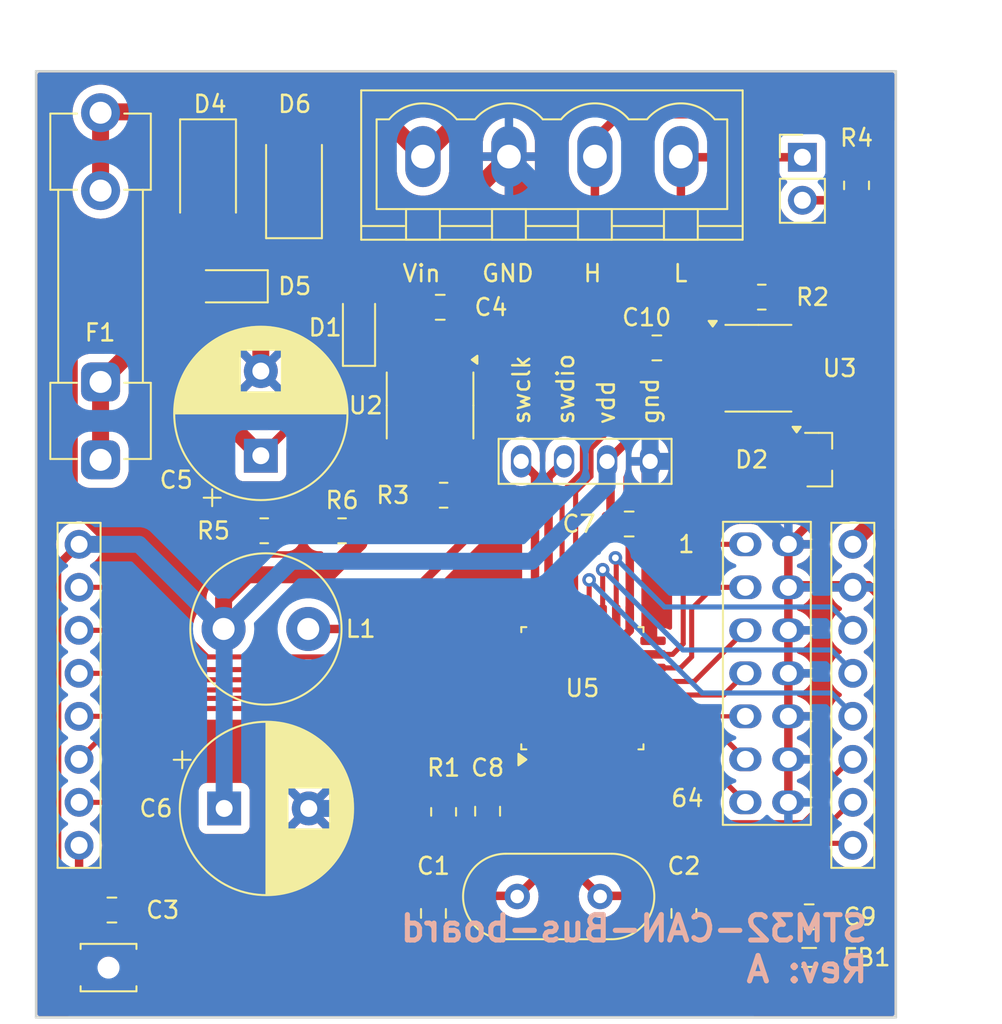
<source format=kicad_pcb>
(kicad_pcb (version 20240108) (generator "pcbnew") (generator_version "8.0")
  (layers (0 "F.Cu" signal) (31 "B.Cu" signal) (34 "B.Paste" user) (35 "F.Paste" user) (36 "B.SilkS" user "B.Silkscreen") (37 "F.SilkS" user "F.Silkscreen") (38 "B.Mask" user) (39 "F.Mask" user) (44 "Edge.Cuts" user))
  (net 0 "")
  (net 1 "GND")
  (net 2 "/nRST")
  (net 3 "/VIN")
  (net 4 "/VDD")
  (net 5 "/VDDA")
  (net 6 "/SWCLK")
  (net 7 "/SWDIO")
  (net 8 "/PA15")
  (net 9 "/PB7")
  (net 10 "/PB6")
  (net 11 "/PB5")
  (net 12 "/PB4")
  (net 13 "/PB3")
  (net 14 "/PA0")
  (net 15 "/PA1")
  (net 16 "/PA2")
  (net 17 "/PA8")
  (net 18 "/PA9")
  (net 19 "/PA10")
  (net 20 "/ADDR_1")
  (net 21 "/ADDR_2")
  (net 22 "/ADDR_4")
  (net 23 "/ADDR_8")
  (net 24 "/ADDR_16")
  (net 25 "/ADDR_32")
  (net 26 "/ADDR_64")
  (net 27 "/CAN_RX")
  (net 28 "/CAN_TX")
  (net 29 "Net-(JP1-B)")
  (net 30 "Net-(U3-Rs)")
  (net 32 "/CAN_L")
  (net 33 "/CAN_H")
  (net 34 "Net-(U5-PF0)")
  (net 35 "Net-(U5-PF1)")
  (net 36 "Net-(U2-TC)")
  (net 37 "Net-(D5-K)")
  (net 38 "Net-(D1-K)")
  (net 39 "Net-(D4-A2)")
  (net 40 "Net-(U5-PB8)")
  (net 41 "Net-(U2-DC)")
  (net 42 "Net-(U2-Vfb)")
  (footprint "custom:st-link" (layer "F.Cu") (at 82 122.1 -90)
    (property "Reference" "J1" (hide yes))
    (property "Value" "ST-Link")
  )
  (footprint "Crystal:Crystal_HC18-U_Vertical" (layer "F.Cu") (at 74.15 147.8)
    (property "Reference" "Y1" (hide yes))
    (property "Value" "8Mhz")
  )
  (footprint "Button_Switch_SMD:SW_SPST_B3U-1000P-B" (layer "F.Cu") (at 50 152 180)
    (property "Reference" "SW1" (hide yes))
    (property "Value" "nRST")
  )
  (footprint "custom:PhoenixContact_MSTBVA_2,5_4-G-5,08_1x04_P5.08mm_Vertical_custom" (layer "F.Cu") (at 83.82 104.1 180)
    (property "Reference" "J3" (hide yes))
    (property "Value" "Bus" (hide yes))
  )
  (footprint "Capacitor_SMD:C_0805_2012Metric_Pad1.18x1.45mm_HandSolder" (layer "F.Cu") (at 80.7625 125.8)
    (property "Reference" "C7")
    (property "Value" "100n")
  )
  (footprint "Diode_SMD:D_SMA" (layer "F.Cu") (at 55.88 105.41 -90)
    (property "Reference" "D4")
    (property "Value" "SMAJ33CA")
  )
  (footprint "Package_QFP:LQFP-32_7x7mm_P0.8mm" (layer "F.Cu") (at 78 135.5 90)
    (property "Reference" "U5")
    (property "Value" "STM32F042K6Tx")
  )
  (footprint "Diode_SMD:D_SMA" (layer "F.Cu") (at 60.96 105.41 90)
    (property "Reference" "D6")
    (property "Value" "SMAJ4750A")
  )
  (footprint "Resistor_SMD:R_0805_2012Metric_Pad1.20x1.40mm_HandSolder" (layer "F.Cu") (at 69.8 142.8 -90)
    (property "Reference" "R1")
    (property "Value" "100k")
  )
  (footprint "Capacitor_THT:CP_Radial_D10.0mm_P5.00mm" (layer "F.Cu") (at 56.832323 142.6)
    (property "Reference" "C6")
    (property "Value" "1000u")
  )
  (footprint "custom:CONN_01x08" (layer "F.Cu") (at 93.98 127)
    (property "Reference" "J4" (hide yes))
    (property "Value" "Conn_01x08")
  )
  (footprint "Capacitor_SMD:C_0805_2012Metric_Pad1.18x1.45mm_HandSolder" (layer "F.Cu") (at 84 148.8 -90)
    (property "Reference" "C2")
    (property "Value" "18p")
  )
  (footprint "Diode_SMD:Nexperia_CFP3_SOD-123W" (layer "F.Cu") (at 64.8 114.2 90)
    (property "Reference" "D1")
    (property "Value" "PMEG4020CERX")
  )
  (footprint "Fuse:Fuseholder_Clip-5x20mm_Littelfuse_100_Inline_P20.50x4.60mm_D1.30mm_Horizontal" (layer "F.Cu") (at 49.53 122.01 90)
    (property "Reference" "F1")
    (property "Value" "Fuse")
  )
  (footprint "Capacitor_SMD:C_0805_2012Metric_Pad1.18x1.45mm_HandSolder" (layer "F.Cu") (at 50.2 148.6)
    (property "Reference" "C3")
    (property "Value" "100n")
  )
  (footprint "Resistor_SMD:R_0805_2012Metric_Pad1.20x1.40mm_HandSolder" (layer "F.Cu") (at 88.6 112.4)
    (property "Reference" "R2")
    (property "Value" "10k")
  )
  (footprint "Resistor_SMD:R_0805_2012Metric_Pad1.20x1.40mm_HandSolder" (layer "F.Cu") (at 59.2 126.2)
    (property "Reference" "R5")
    (property "Value" "10k")
  )
  (footprint "Capacitor_SMD:C_0805_2012Metric_Pad1.18x1.45mm_HandSolder" (layer "F.Cu") (at 82.4 115.4 180)
    (property "Reference" "C10")
    (property "Value" "100n")
  )
  (footprint "Diode_SMD:Nexperia_CFP3_SOD-123W" (layer "F.Cu") (at 57.15 111.76 180)
    (property "Reference" "D5")
    (property "Value" "PMEG6020CER")
  )
  (footprint "Capacitor_SMD:C_0805_2012Metric_Pad1.18x1.45mm_HandSolder" (layer "F.Cu") (at 72.4 142.7625 90)
    (property "Reference" "C8")
    (property "Value" "100n")
  )
  (footprint "Resistor_SMD:R_0805_2012Metric_Pad1.20x1.40mm_HandSolder" (layer "F.Cu") (at 69.8 124.1)
    (property "Reference" "R3")
    (property "Value" "0R47")
  )
  (footprint "Resistor_SMD:R_0805_2012Metric_Pad1.20x1.40mm_HandSolder" (layer "F.Cu") (at 63.8 126.2)
    (property "Reference" "R6")
    (property "Value" "6k2")
  )
  (footprint "Connector_PinHeader_2.54mm:PinHeader_1x02_P2.54mm_Vertical" (layer "F.Cu") (at 91 104.14)
    (property "Reference" "JP1" (hide yes))
    (property "Value" "Jumper_2_Open")
  )
  (footprint "Resistor_SMD:R_0805_2012Metric_Pad1.20x1.40mm_HandSolder" (layer "F.Cu") (at 94.2 105.8 -90)
    (property "Reference" "R4")
    (property "Value" "120")
  )
  (footprint "Capacitor_SMD:C_0805_2012Metric_Pad1.18x1.45mm_HandSolder" (layer "F.Cu") (at 69.6 113 180)
    (property "Reference" "C4")
    (property "Value" "470p")
  )
  (footprint "Inductor_SMD:L_0805_2012Metric_Pad1.05x1.20mm_HandSolder" (layer "F.Cu") (at 91.4 151.4)
    (property "Reference" "FB1")
    (property "Value" "FerriteBead")
  )
  (footprint "Package_SO:SOIC-8_3.9x4.9mm_P1.27mm" (layer "F.Cu") (at 88.4 116.6)
    (property "Reference" "U3")
    (property "Value" "SN65HVD230")
  )
  (footprint "Package_SO:SOIC-8_3.9x4.9mm_P1.27mm" (layer "F.Cu") (at 69 118.8 -90)
    (property "Reference" "U2")
    (property "Value" "MC34063AD")
  )
  (footprint "Capacitor_SMD:C_0805_2012Metric_Pad1.18x1.45mm_HandSolder" (layer "F.Cu") (at 69.2 148.8 -90)
    (property "Reference" "C1")
    (property "Value" "18p")
  )
  (footprint "Inductor_THT:L_Radial_D8.7mm_P5.00mm_Fastron_07HCP" (layer "F.Cu") (at 61.8 132 180)
    (property "Reference" "L1")
    (property "Value" "470u")
  )
  (footprint "Package_TO_SOT_SMD:SOT-23_Handsoldering" (layer "F.Cu") (at 92 122)
    (property "Reference" "D2")
    (property "Value" "SM24CANB-02HTG")
  )
  (footprint "custom:addr_jumpers" (layer "F.Cu") (at 87.63 127)
    (property "Reference" "J5" (hide yes))
    (property "Value" "Conn_02x07_Odd_Even")
  )
  (footprint "Capacitor_SMD:C_0805_2012Metric_Pad1.18x1.45mm_HandSolder" (layer "F.Cu") (at 91.4 149)
    (property "Reference" "C9")
    (property "Value" "100n")
  )
  (footprint "custom:CONN_01x08" (layer "F.Cu") (at 48.26 127)
    (property "Reference" "J2" (hide yes))
    (property "Value" "Conn_01x08")
  )
  (footprint "Capacitor_THT:CP_Radial_D10.0mm_P5.00mm" (layer "F.Cu") (at 59 121.767677 90)
    (property "Reference" "C5")
    (property "Value" "100u")
  )
  (gr_line (start 45.72 99.06) (end 45.72 154.94) (stroke (width 0.15)) (layer "Edge.Cuts"))
  (gr_line (start 96.52 154.94) (end 96.52 99.06) (stroke (width 0.15)) (layer "Edge.Cuts"))
  (gr_line (start 45.72 99.06) (end 96.52 99.06) (stroke (width 0.15)) (layer "Edge.Cuts"))
  (gr_line (start 45.72 154.94) (end 96.52 154.94) (stroke (width 0.15)) (layer "Edge.Cuts"))
  (gr_text "STM32-CAN-Bus-board\nRev: A" (at 95 150.9 0) (layer "B.SilkS") (effects (font (size 1.5 1.5) (thickness 0.3)) (justify left mirror)))
  (gr_text "H" (at 78.6 111 0) (layer "F.SilkS") (effects (font (size 1 1))))
  (gr_text "vdd" (at 79.4 120 90) (layer "F.SilkS") (effects (font (size 1 1)) (justify left)))
  (gr_text "1" (at 84.15 127 0) (layer "F.SilkS") (effects (font (size 1 1))))
  (gr_text "L" (at 83.8 111 0) (layer "F.SilkS") (effects (font (size 1 1))))
  (gr_text "GND" (at 73.6 111 0) (layer "F.SilkS") (effects (font (size 1 1))))
  (gr_text "swclk" (at 74.4 120 90) (layer "F.SilkS") (effects (font (size 1 1)) (justify left)))
  (gr_text "swdio" (at 77 120 90) (layer "F.SilkS") (effects (font (size 1 1)) (justify left)))
  (gr_text "Vin" (at 68.5 111 0) (layer "F.SilkS") (effects (font (size 1 1))))
  (gr_text "64" (at 84.2 142 0) (layer "F.SilkS") (effects (font (size 1 1))))
  (gr_text "gnd" (at 82 120 90) (layer "F.SilkS") (effects (font (size 1 1)) (justify left)))
  (segment (start 70.325 143.8) (end 72.4 141.725) (width 0.5) (layer "F.Cu") (net 1))
  (segment (start 86.999999 115.965) (end 87.6 115.364999) (width 0.5) (layer "F.Cu") (net 1))
  (segment (start 93.5 123.67) (end 93.5 122) (width 0.5) (layer "F.Cu") (net 1))
  (segment (start 55.832323 148.6) (end 61.832323 142.6) (width 0.5) (layer "F.Cu") (net 1))
  (segment (start 73.825 138.3) (end 72.8 138.3) (width 0.5) (layer "F.Cu") (net 1))
  (segment (start 95.5 130) (end 95.5 147.9) (width 0.5) (layer "F.Cu") (net 1))
  (segment (start 63.032323 143.8) (end 69.8 143.8) (width 0.5) (layer "F.Cu") (net 1))
  (segment (start 84 149.8375) (end 69.2 149.8375) (width 0.5) (layer "F.Cu") (net 1))
  (segment (start 72.4 141.725) (end 71.875 141.725) (width 0.3) (layer "F.Cu") (net 1))
  (segment (start 85.925 115.965) (end 84.0025 115.965) (width 0.5) (layer "F.Cu") (net 1))
  (segment (start 90.17 139.7) (end 90.17 137.16) (width 0.5) (layer "F.Cu") (net 1))
  (segment (start 47.68 111.61) (end 47.68 124.18) (width 1) (layer "F.Cu") (net 1))
  (segment (start 67.095 114.4675) (end 68.5625 113) (width 0.5) (layer "F.Cu") (net 1))
  (segment (start 68.76 109) (end 73.66 104.1) (width 1) (layer "F.Cu") (net 1))
  (segment (start 90.17 129.54) (end 90.29 129.42) (width 0.5) (layer "F.Cu") (net 1))
  (segment (start 87.6 112.3) (end 80.556498 112.3) (width 1) (layer "F.Cu") (net 1))
  (segment (start 51.7 149.0625) (end 51.2375 148.6) (width 0.5) (layer "F.Cu") (net 1))
  (segment (start 81.7375 122.3625) (end 82 122.1) (width 0.5) (layer "F.Cu") (net 1))
  (segment (start 90.17 132.08) (end 90.17 134.62) (width 0.5) (layer "F.Cu") (net 1))
  (segment (start 64.8 112.8) (end 67.095 115.095) (width 0.5) (layer "F.Cu") (net 1))
  (segment (start 51.2375 148.6) (end 51.31875 148.68125) (width 0.3) (layer "F.Cu") (net 1))
  (segment (start 72.8 138.3) (end 72.5 138.6) (width 0.5) (layer "F.Cu") (net 1))
  (segment (start 49.7 126.2) (end 58.2 126.2) (width 1) (layer "F.Cu") (net 1))
  (segment (start 90.17 132.08) (end 90.17 129.54) (width 0.5) (layer "F.Cu") (net 1))
  (segment (start 90.17 142.24) (end 90.17 139.7) (width 0.5) (layer "F.Cu") (net 1))
  (segment (start 81.7375 132.2625) (end 82.175 132.7) (width 0.5) (layer "F.Cu") (net 1))
  (segment (start 72.5 138.6) (end 72.5 141.7625) (width 0.5) (layer "F.Cu") (net 1))
  (segment (start 90.29 129.42) (end 94.92 129.42) (width 0.5) (layer "F.Cu") (net 1))
  (segment (start 73.66 105.403502) (end 73.66 104.1) (width 1) (layer "F.Cu") (net 1))
  (segment (start 51.2375 148.6) (end 55.832323 148.6) (width 0.5) (layer "F.Cu") (net 1))
  (segment (start 64.8 112.8) (end 64.8 109.8) (width 0.5) (layer "F.Cu") (net 1))
  (segment (start 69.8 144) (end 69.8 143.8) (width 0.5) (layer "F.Cu") (net 1))
  (segment (start 61.832323 142.6) (end 63.032323 143.8) (width 0.5) (layer "F.Cu") (net 1))
  (segment (start 64 109.5) (end 64 109) (width 1) (layer "F.Cu") (net 1))
  (segment (start 67.095 116.325) (end 67.095 114.4675) (width 0.5) (layer "F.Cu") (net 1))
  (segment (start 86.025 115.965) (end 86.999999 115.965) (width 0.5) (layer "F.Cu") (net 1))
  (segment (start 67.4 146.4) (end 69.8 144) (width 0.5) (layer "F.Cu") (net 1))
  (segment (start 90.17 127) (end 90.17 129.54) (width 0.5) (layer "F.Cu") (net 1))
  (segment (start 51.7 152) (end 51.7 149.0625) (width 0.5) (layer "F.Cu") (net 1))
  (segment (start 94.4 149) (end 92.4375 149) (width 0.5) (layer "F.Cu") (net 1))
  (segment (start 87.6 115.364999) (end 87.6 112.3) (width 0.5) (layer "F.Cu") (net 1))
  (segment (start 95.5 147.9) (end 94.4 149) (width 0.5) (layer "F.Cu") (net 1))
  (segment (start 64 105.5) (end 61.91 103.41) (width 1) (layer "F.Cu") (net 1))
  (segment (start 64.8 109.8) (end 64 109) (width 0.5) (layer "F.Cu") (net 1))
  (segment (start 81.7375 125.8) (end 81.7375 122.3625) (width 0.5) (layer "F.Cu") (net 1))
  (segment (start 80.556498 112.3) (end 73.66 105.403502) (width 1) (layer "F.Cu") (net 1))
  (segment (start 64 109) (end 68.76 109) (width 1) (layer "F.Cu") (net 1))
  (segment (start 59 114.5) (end 64 109.5) (width 1) (layer "F.Cu") (net 1))
  (segment (start 69.2 149.8375) (end 68.4375 149.8375) (width 0.5) (layer "F.Cu") (net 1))
  (segment (start 84.0025 115.965) (end 83.4375 115.4) (width 0.5) (layer "F.Cu") (net 1))
  (segment (start 67.4 148.8) (end 67.4 146.4) (width 0.5) (layer "F.Cu") (net 1))
  (segment (start 59 116.767677) (end 59 114.5) (width 1) (layer "F.Cu") (net 1))
  (segment (start 55.88 103.41) (end 47.68 111.61) (width 1) (layer "F.Cu") (net 1))
  (segment (start 64 109) (end 64 105.5) (width 1) (layer "F.Cu") (net 1))
  (segment (start 94.92 129.42) (end 95.5 130) (width 0.5) (layer "F.Cu") (net 1))
  (segment (start 90.17 127) (end 93.5 123.67) (width 0.5) (layer "F.Cu") (net 1))
  (segment (start 47.68 124.18) (end 49.7 126.2) (width 1) (layer "F.Cu") (net 1))
  (segment (start 90.17 137.16) (end 90.17 134.62) (width 0.5) (layer "F.Cu") (net 1))
  (segment (start 61.91 103.41) (end 60.96 103.41) (width 1) (layer "F.Cu") (net 1))
  (segment (start 60.96 103.41) (end 55.88 103.41) (width 1) (layer "F.Cu") (net 1))
  (segment (start 81.7375 125.8) (end 81.7375 132.2625) (width 0.5) (layer "F.Cu") (net 1))
  (segment (start 69.8 143.8) (end 70.325 143.8) (width 0.5) (layer "F.Cu") (net 1))
  (segment (start 68.4375 149.8375) (end 67.4 148.8) (width 0.5) (layer "F.Cu") (net 1))
  (segment (start 67.095 115.095) (end 67.095 116.325) (width 0.5) (layer "F.Cu") (net 1))
  (segment (start 82 123.846536) (end 82 122.1) (width 1) (layer "B.Cu") (net 1))
  (segment (start 82 112.44) (end 73.66 104.1) (width 1) (layer "B.Cu") (net 1))
  (segment (start 61.832323 142.6) (end 63.246536 142.6) (width 1) (layer "B.Cu") (net 1))
  (segment (start 90.17 127) (end 85.27 122.1) (width 1) (layer "B.Cu") (net 1))
  (segment (start 85.27 122.1) (end 82 122.1) (width 1) (layer "B.Cu") (net 1))
  (segment (start 63.246536 142.6) (end 82 123.846536) (width 1) (layer "B.Cu") (net 1))
  (segment (start 82 122.1) (end 82 112.44) (width 1) (layer "B.Cu") (net 1))
  (segment (start 77.6 141.4) (end 82.4 146.2) (width 0.5) (layer "F.Cu") (net 2))
  (segment (start 85.2 146.2) (end 85.8 146.8) (width 0.5) (layer "F.Cu") (net 2))
  (segment (start 48.3 152) (end 48.3 149.4625) (width 0.5) (layer "F.Cu") (net 2))
  (segment (start 48.26 147.6975) (end 49.1625 148.6) (width 0.5) (layer "F.Cu") (net 2))
  (segment (start 85.8 150.8) (end 83 153.6) (width 0.5) (layer "F.Cu") (net 2))
  (segment (start 83 153.6) (end 49.9 153.6) (width 0.5) (layer "F.Cu") (net 2))
  (segment (start 77.6 139.675) (end 77.6 141.4) (width 0.5) (layer "F.Cu") (net 2))
  (segment (start 48.26 144.78) (end 48.26 147.6975) (width 0.5) (layer "F.Cu") (net 2))
  (segment (start 82.4 146.2) (end 85.2 146.2) (width 0.5) (layer "F.Cu") (net 2))
  (segment (start 48.3 149.4625) (end 49.1625 148.6) (width 0.5) (layer "F.Cu") (net 2))
  (segment (start 85.8 146.8) (end 85.8 150.8) (width 0.5) (layer "F.Cu") (net 2))
  (segment (start 49.9 153.6) (end 48.3 152) (width 0.5) (layer "F.Cu") (net 2))
  (segment (start 49.53 101.51) (end 49.58 101.46) (width 1) (layer "F.Cu") (net 3))
  (segment (start 65.94 101.46) (end 68.58 104.1) (width 1) (layer "F.Cu") (net 3))
  (segment (start 49.58 101.46) (end 65.94 101.46) (width 1) (layer "F.Cu") (net 3))
  (segment (start 95.675 125.185) (end 93.98 126.88) (width 1) (layer "F.Cu") (net 3))
  (segment (start 72.03 100.65) (end 93.425 100.65) (width 1) (layer "F.Cu") (net 3))
  (segment (start 68.58 104.1) (end 72.03 100.65) (width 1) (layer "F.Cu") (net 3))
  (segment (start 95.675 102.9) (end 95.675 125.185) (width 1) (layer "F.Cu") (net 3))
  (segment (start 93.425 100.65) (end 95.675 102.9) (width 1) (layer "F.Cu") (net 3))
  (segment (start 49.53 106.11) (end 49.53 101.51) (width 1) (layer "F.Cu") (net 3))
  (segment (start 79.6625 125.8) (end 79.6625 122.3025) (width 0.5) (layer "F.Cu") (net 4))
  (segment (start 64.8 126.9) (end 62.9 128.8) (width 1) (layer "F.Cu") (net 4))
  (segment (start 56.8 130.2) (end 56.8 132) (width 1) (layer "F.Cu") (net 4))
  (segment (start 86.357684 120) (end 81.56 120) (width 0.5) (layer "F.Cu") (net 4))
  (segment (start 87.6 118.757684) (end 86.357684 120) (width 0.5) (layer "F.Cu") (net 4))
  (segment (start 87.235 117.235) (end 87.6 117.6) (width 0.5) (layer "F.Cu") (net 4))
  (segment (start 46.96 128.3) (end 48.26 127) (width 0.5) (layer "F.Cu") (net 4))
  (segment (start 62.9 128.8) (end 58.2 128.8) (width 1) (layer "F.Cu") (net 4))
  (segment (start 87.35 154.3) (end 48.4 154.3) (width 0.5) (layer "F.Cu") (net 4))
  (segment (start 85.925 117.235) (end 83.1975 117.235) (width 0.5) (layer "F.Cu") (net 4))
  (segment (start 72.5 143.8375) (end 73.8625 143.8375) (width 0.5) (layer "F.Cu") (net 4))
  (segment (start 87.6 117.6) (end 87.6 118.757684) (width 0.5) (layer "F.Cu") (net 4))
  (segment (start 80.8 131.325) (end 80.8 132.091638) (width 0.5) (layer "F.Cu") (net 4))
  (segment (start 83.1975 117.235) (end 81.3625 115.4) (width 0.5) (layer "F.Cu") (net 4))
  (segment (start 46.96 152.86) (end 46.96 128.3) (width 0.5) (layer "F.Cu") (net 4))
  (segment (start 81.56 120) (end 79.46 122.1) (width 0.5) (layer "F.Cu") (net 4))
  (segment (start 75.2 137.691638) (end 75.2 139.675) (width 0.5) (layer "F.Cu") (net 4))
  (segment (start 80.8 127) (end 80.8 131.325) (width 0.5) (layer "F.Cu") (net 4))
  (segment (start 90.25 151.4) (end 87.35 154.3) (width 0.5) (layer "F.Cu") (net 4))
  (segment (start 64.8 126.2) (end 64.8 126.9) (width 1) (layer "F.Cu") (net 4))
  (segment (start 73.8625 143.8375) (end 75.2 142.5) (width 0.5) (layer "F.Cu") (net 4))
  (segment (start 48.4 154.3) (end 46.96 152.86) (width 0.5) (layer "F.Cu") (net 4))
  (segment (start 79.6625 122.3025) (end 79.46 122.1) (width 0.5) (layer "F.Cu") (net 4))
  (segment (start 86.025 117.235) (end 87.235 117.235) (width 0.5) (layer "F.Cu") (net 4))
  (segment (start 80.8 132.091638) (end 75.2 137.691638) (width 0.5) (layer "F.Cu") (net 4))
  (segment (start 58.2 128.8) (end 56.8 130.2) (width 1) (layer "F.Cu") (net 4))
  (segment (start 79.6625 125.8) (end 79.6625 125.8625) (width 0.5) (layer "F.Cu") (net 4))
  (segment (start 75.2 142.5) (end 75.2 139.675) (width 0.5) (layer "F.Cu") (net 4))
  (segment (start 79.6625 125.8625) (end 80.8 127) (width 0.5) (layer "F.Cu") (net 4))
  (segment (start 56.832323 142.6) (end 56.832323 132.032323) (width 1) (layer "B.Cu") (net 4))
  (segment (start 56.8 132) (end 51.8 127) (width 1) (layer "B.Cu") (net 4))
  (segment (start 79.46 123.54) (end 75 128) (width 1) (layer "B.Cu") (net 4))
  (segment (start 60.8 128) (end 56.8 132) (width 1) (layer "B.Cu") (net 4))
  (segment (start 51.8 127) (end 48.26 127) (width 1) (layer "B.Cu") (net 4))
  (segment (start 75 128) (end 60.8 128) (width 1) (layer "B.Cu") (net 4))
  (segment (start 56.832323 132.032323) (end 56.8 132) (width 1) (layer "B.Cu") (net 4))
  (segment (start 56.7 132.1) (end 56.8 132) (width 1) (layer "B.Cu") (net 4))
  (segment (start 79.46 122.1) (end 79.46 123.54) (width 1) (layer "B.Cu") (net 4))
  (segment (start 82.8 145.4) (end 86.6 145.4) (width 0.5) (layer "F.Cu") (net 5))
  (segment (start 78.4 139.675) (end 78.4 141) (width 0.5) (layer "F.Cu") (net 5))
  (segment (start 90.3625 149) (end 90.3625 149.2125) (width 0.5) (layer "F.Cu") (net 5))
  (segment (start 78.4 141) (end 82.8 145.4) (width 0.5) (layer "F.Cu") (net 5))
  (segment (start 90.3625 149.2125) (end 92.55 151.4) (width 0.5) (layer "F.Cu") (net 5))
  (segment (start 86.6 145.4) (end 90.2 149) (width 0.5) (layer "F.Cu") (net 5))
  (segment (start 90.2 149) (end 90.3625 149) (width 0.5) (layer "F.Cu") (net 5))
  (segment (start 75.2 131.325) (end 75.2 122.92) (width 0.5) (layer "F.Cu") (net 6))
  (segment (start 75.2 122.92) (end 74.38 122.1) (width 0.5) (layer "F.Cu") (net 6))
  (segment (start 76 131.325) (end 76 123.02) (width 0.5) (layer "F.Cu") (net 7))
  (segment (start 76 123.02) (end 76.92 122.1) (width 0.5) (layer "F.Cu") (net 7))
  (segment (start 66.15 133.65) (end 67.1 132.7) (width 0.3) (layer "F.Cu") (net 8))
  (segment (start 48.26 129.54) (end 51.74 129.54) (width 0.3) (layer "F.Cu") (net 8))
  (segment (start 55.85 133.65) (end 66.15 133.65) (width 0.3) (layer "F.Cu") (net 8))
  (segment (start 51.74 129.54) (end 55.85 133.65) (width 0.3) (layer "F.Cu") (net 8))
  (segment (start 67.1 132.7) (end 73.825 132.7) (width 0.3) (layer "F.Cu") (net 8))
  (segment (start 55.5 136.7) (end 73.825 136.7) (width 0.3) (layer "F.Cu") (net 9))
  (segment (start 48.26 142.24) (end 48.52 142.5) (width 0.3) (layer "F.Cu") (net 9))
  (segment (start 49.96 142.24) (end 55.5 136.7) (width 0.3) (layer "F.Cu") (net 9))
  (segment (start 48.26 142.24) (end 49.96 142.24) (width 0.3) (layer "F.Cu") (net 9))
  (segment (start 55.3 136.1) (end 67.9 136.1) (width 0.3) (layer "F.Cu") (net 10))
  (segment (start 53.6 137.8) (end 55.3 136.1) (width 0.3) (layer "F.Cu") (net 10))
  (segment (start 67.9 136.1) (end 68.1 135.9) (width 0.3) (layer "F.Cu") (net 10))
  (segment (start 68.1 135.9) (end 73.825 135.9) (width 0.3) (layer "F.Cu") (net 10))
  (segment (start 50.16 137.8) (end 53.6 137.8) (width 0.3) (layer "F.Cu") (net 10))
  (segment (start 48.26 139.7) (end 50.16 137.8) (width 0.3) (layer "F.Cu") (net 10))
  (segment (start 67.9 135.1) (end 73.825 135.1) (width 0.3) (layer "F.Cu") (net 11))
  (segment (start 48.26 137.16) (end 53.44 137.16) (width 0.3) (layer "F.Cu") (net 11))
  (segment (start 55 135.6) (end 67.4 135.6) (width 0.3) (layer "F.Cu") (net 11))
  (segment (start 53.44 137.16) (end 55 135.6) (width 0.3) (layer "F.Cu") (net 11))
  (segment (start 67.4 135.6) (end 67.9 135.1) (width 0.3) (layer "F.Cu") (net 11))
  (segment (start 54.82 134.62) (end 48.26 134.62) (width 0.3) (layer "F.Cu") (net 12))
  (segment (start 67.2 135) (end 55.2 135) (width 0.3) (layer "F.Cu") (net 12))
  (segment (start 55.2 135) (end 54.82 134.62) (width 0.3) (layer "F.Cu") (net 12))
  (segment (start 67.9 134.3) (end 67.2 135) (width 0.3) (layer "F.Cu") (net 12))
  (segment (start 73.825 134.3) (end 67.9 134.3) (width 0.3) (layer "F.Cu") (net 12))
  (segment (start 66.4 134.4) (end 67.3 133.5) (width 0.3) (layer "F.Cu") (net 13))
  (segment (start 53.28 132.08) (end 55.6 134.4) (width 0.3) (layer "F.Cu") (net 13))
  (segment (start 55.6 134.4) (end 66.4 134.4) (width 0.3) (layer "F.Cu") (net 13))
  (segment (start 67.3 133.5) (end 73.825 133.5) (width 0.3) (layer "F.Cu") (net 13))
  (segment (start 48.26 132.08) (end 53.28 132.08) (width 0.3) (layer "F.Cu") (net 13))
  (segment (start 79.2 140.67) (end 83.19 144.66) (width 0.3) (layer "F.Cu") (net 14))
  (segment (start 83.19 144.66) (end 93.98 144.66) (width 0.3) (layer "F.Cu") (net 14))
  (segment (start 79.2 139.675) (end 79.2 140.67) (width 0.3) (layer "F.Cu") (net 14))
  (segment (start 80 139.675) (end 80 140.514) (width 0.3) (layer "F.Cu") (net 15))
  (segment (start 83.426 143.94) (end 92.16 143.94) (width 0.3) (layer "F.Cu") (net 15))
  (segment (start 92.16 143.94) (end 93.98 142.12) (width 0.3) (layer "F.Cu") (net 15))
  (segment (start 80 140.514) (end 83.426 143.94) (width 0.3) (layer "F.Cu") (net 15))
  (segment (start 85.226 143.44) (end 91.06 143.44) (width 0.3) (layer "F.Cu") (net 16))
  (segment (start 80.8 139.675) (end 81.461 139.675) (width 0.3) (layer "F.Cu") (net 16))
  (segment (start 92 141.56) (end 93.98 139.58) (width 0.3) (layer "F.Cu") (net 16))
  (segment (start 81.461 139.675) (end 85.226 143.44) (width 0.3) (layer "F.Cu") (net 16))
  (segment (start 91.06 143.44) (end 92 142.5) (width 0.3) (layer "F.Cu") (net 16))
  (segment (start 92 142.5) (end 92 141.56) (width 0.3) (layer "F.Cu") (net 16))
  (segment (start 80 131.325) (end 80 127.8) (width 0.3) (layer "F.Cu") (net 17))
  (segment (start 80 127.8) (end 79.95 127.8) (width 0.3) (layer "F.Cu") (net 17))
  (via (at 79.95 127.8) (size 0.8) (drill 0.4) (layers "F.Cu" "B.Cu") (net 17))
  (segment (start 79.95 127.8) (end 82.85 130.7) (width 0.3) (layer "B.Cu") (net 17))
  (segment (start 82.85 130.7) (end 92.72 130.7) (width 0.3) (layer "B.Cu") (net 17))
  (segment (start 92.72 130.7) (end 93.98 131.96) (width 0.3) (layer "B.Cu") (net 17))
  (segment (start 79.2 131.325) (end 79.2 128.5) (width 0.3) (layer "F.Cu") (net 18))
  (via (at 79.2 128.5) (size 0.8) (drill 0.4) (layers "F.Cu" "B.Cu") (net 18))
  (segment (start 79.2 128.5) (end 83.94 133.24) (width 0.3) (layer "B.Cu") (net 18))
  (segment (start 83.94 133.24) (end 92.72 133.24) (width 0.3) (layer "B.Cu") (net 18))
  (segment (start 92.72 133.24) (end 93.98 134.5) (width 0.3) (layer "B.Cu") (net 18))
  (segment (start 78.4 131.325) (end 78.4 129.1) (width 0.3) (layer "F.Cu") (net 19))
  (via (at 78.4 129.1) (size 0.8) (drill 0.4) (layers "F.Cu" "B.Cu") (net 19))
  (segment (start 85.08 135.78) (end 92.72 135.78) (width 0.3) (layer "B.Cu") (net 19))
  (segment (start 92.72 135.78) (end 93.98 137.04) (width 0.3) (layer "B.Cu") (net 19))
  (segment (start 78.4 129.1) (end 85.08 135.78) (width 0.3) (layer "B.Cu") (net 19))
  (segment (start 85.725 127) (end 87.63 127) (width 0.3) (layer "F.Cu") (net 20))
  (segment (start 83.958 132.870804) (end 83.328804 133.5) (width 0.3) (layer "F.Cu") (net 20))
  (segment (start 83.958 128.767) (end 85.725 127) (width 0.3) (layer "F.Cu") (net 20))
  (segment (start 83.328804 133.5) (end 82.175 133.5) (width 0.3) (layer "F.Cu") (net 20))
  (segment (start 83.958 132.870804) (end 83.958 128.767) (width 0.3) (layer "F.Cu") (net 20))
  (segment (start 85.725 129.54) (end 87.63 129.54) (width 0.3) (layer "F.Cu") (net 21))
  (segment (start 83.8 134.3) (end 84.458 133.642) (width 0.3) (layer "F.Cu") (net 21))
  (segment (start 84.458 130.807) (end 85.725 129.54) (width 0.3) (layer "F.Cu") (net 21))
  (segment (start 84.458 133.642) (end 84.458 130.807) (width 0.3) (layer "F.Cu") (net 21))
  (segment (start 82.175 134.3) (end 83.8 134.3) (width 0.3) (layer "F.Cu") (net 21))
  (segment (start 84.61 135.1) (end 87.63 132.08) (width 0.3) (layer "F.Cu") (net 22))
  (segment (start 82.175 135.1) (end 84.61 135.1) (width 0.3) (layer "F.Cu") (net 22))
  (segment (start 82.175 135.9) (end 86.35 135.9) (width 0.3) (layer "F.Cu") (net 23))
  (segment (start 86.35 135.9) (end 87.63 134.62) (width 0.3) (layer "F.Cu") (net 23))
  (segment (start 86.01 137.16) (end 87.63 137.16) (width 0.25) (layer "F.Cu") (net 24))
  (segment (start 85.55 136.7) (end 86.01 137.16) (width 0.25) (layer "F.Cu") (net 24))
  (segment (start 82.175 136.7) (end 85.55 136.7) (width 0.25) (layer "F.Cu") (net 24))
  (segment (start 82.175 137.5) (end 85.43 137.5) (width 0.3) (layer "F.Cu") (net 25))
  (segment (start 85.43 137.5) (end 87.63 139.7) (width 0.3) (layer "F.Cu") (net 25))
  (segment (start 83.69 138.3) (end 87.63 142.24) (width 0.3) (layer "F.Cu") (net 26))
  (segment (start 82.175 138.3) (end 83.69 138.3) (width 0.3) (layer "F.Cu") (net 26))
  (segment (start 77.6 131.325) (end 77.6 123.9) (width 0.3) (layer "F.Cu") (net 27))
  (segment (start 78.51 121.356497) (end 81.361497 118.505) (width 0.3) (layer "F.Cu") (net 27))
  (segment (start 78.51 122.99) (end 78.51 121.356497) (width 0.3) (layer "F.Cu") (net 27))
  (segment (start 77.6 123.9) (end 78.51 122.99) (width 0.3) (layer "F.Cu") (net 27))
  (segment (start 81.361497 118.505) (end 86.025 118.505) (width 0.3) (layer "F.Cu") (net 27))
  (segment (start 85.43 114.1) (end 86.025 114.695) (width 0.3) (layer "F.Cu") (net 28))
  (segment (start 78 122.713503) (end 78 116.2) (width 0.3) (layer "F.Cu") (net 28))
  (segment (start 78 116.2) (end 80.1 114.1) (width 0.3) (layer "F.Cu") (net 28))
  (segment (start 80.1 114.1) (end 85.43 114.1) (width 0.3) (layer "F.Cu") (net 28))
  (segment (start 76.8 131.325) (end 76.8 123.913503) (width 0.3) (layer "F.Cu") (net 28))
  (segment (start 76.8 123.913503) (end 78 122.713503) (width 0.3) (layer "F.Cu") (net 28))
  (segment (start 91 106.68) (end 94.18 106.68) (width 0.5) (layer "F.Cu") (net 29))
  (segment (start 90.975 114.695) (end 90.975 113.675) (width 0.5) (layer "F.Cu") (net 30))
  (segment (start 90.975 113.675) (end 89.6 112.3) (width 0.5) (layer "F.Cu") (net 30))
  (segment (start 83.82 108.02) (end 85.2 109.4) (width 0.5) (layer "F.Cu") (net 32))
  (segment (start 85.2 109.4) (end 91.5 109.4) (width 0.5) (layer "F.Cu") (net 32))
  (segment (start 91.5 109.4) (end 93.3 111.2) (width 0.5) (layer "F.Cu") (net 32))
  (segment (start 91 104.14) (end 83.86 104.14) (width 0.5) (layer "F.Cu") (net 32))
  (segment (start 83.86 104.14) (end 83.82 104.1) (width 0.5) (layer "F.Cu") (net 32))
  (segment (start 90.975 117.235) (end 90.000001 117.235) (width 0.5) (layer "F.Cu") (net 32))
  (segment (start 83.82 104.1) (end 83.82 108.02) (width 0.5) (layer "F.Cu") (net 32))
  (segment (start 89 119.55) (end 90.5 121.05) (width 0.5) (layer "F.Cu") (net 32))
  (segment (start 93.3 111.2) (end 93.3 115.9) (width 0.5) (layer "F.Cu") (net 32))
  (segment (start 93.3 115.9) (end 91.965 117.235) (width 0.5) (layer "F.Cu") (net 32))
  (segment (start 90.000001 117.235) (end 89 118.235001) (width 0.5) (layer "F.Cu") (net 32))
  (segment (start 89 118.235001) (end 89 119.55) (width 0.5) (layer "F.Cu") (net 32))
  (segment (start 91.965 117.235) (end 90.975 117.235) (width 0.5) (layer "F.Cu") (net 32))
  (segment (start 94.2 104.7) (end 94.2 102.9) (width 0.5) (layer "F.Cu") (net 33))
  (segment (start 90.975 115.965) (end 90.000001 115.965) (width 0.5) (layer "F.Cu") (net 33))
  (segment (start 78.74 109.14) (end 78.74 104.1) (width 0.5) (layer "F.Cu") (net 33))
  (segment (start 90.975 115.965) (end 91.949999 115.965) (width 0.5) (layer "F.Cu") (net 33))
  (segment (start 78.74 103.06) (end 78.74 104.1) (width 0.5) (layer "F.Cu") (net 33))
  (segment (start 88.3 117.665001) (end 88.3 120.75) (width 0.5) (layer "F.Cu") (net 33))
  (segment (start 80 110.4) (end 78.74 109.14) (width 0.5) (layer "F.Cu") (net 33))
  (segment (start 94.2 102.9) (end 92.9 101.6) (width 0.5) (layer "F.Cu") (net 33))
  (segment (start 80.2 101.6) (end 78.74 103.06) (width 0.5) (layer "F.Cu") (net 33))
  (segment (start 91.1 110.4) (end 80 110.4) (width 0.5) (layer "F.Cu") (net 33))
  (segment (start 91.949999 115.965) (end 92.4 115.514999) (width 0.5) (layer "F.Cu") (net 33))
  (segment (start 92.4 111.7) (end 91.1 110.4) (width 0.5) (layer "F.Cu") (net 33))
  (segment (start 92.9 101.6) (end 80.2 101.6) (width 0.5) (layer "F.Cu") (net 33))
  (segment (start 90.000001 115.965) (end 88.3 117.665001) (width 0.5) (layer "F.Cu") (net 33))
  (segment (start 88.3 120.75) (end 90.5 122.95) (width 0.5) (layer "F.Cu") (net 33))
  (segment (start 92.4 115.514999) (end 92.4 111.7) (width 0.5) (layer "F.Cu") (net 33))
  (segment (start 76 139.675) (end 76 145.95) (width 0.5) (layer "F.Cu") (net 34))
  (segment (start 69.2 147.7625) (end 74.1125 147.7625) (width 0.5) (layer "F.Cu") (net 34))
  (segment (start 74.1125 147.7625) (end 74.15 147.8) (width 0.5) (layer "F.Cu") (net 34))
  (segment (start 76 145.95) (end 74.15 147.8) (width 0.5) (layer "F.Cu") (net 34))
  (segment (start 84 147.7625) (end 79.0875 147.7625) (width 0.5) (layer "F.Cu") (net 35))
  (segment (start 76.8 145.55) (end 79.05 147.8) (width 0.5) (layer "F.Cu") (net 35))
  (segment (start 79.0875 147.7625) (end 79.05 147.8) (width 0.5) (layer "F.Cu") (net 35))
  (segment (start 76.8 139.675) (end 76.8 145.55) (width 0.5) (layer "F.Cu") (net 35))
  (segment (start 68.365 116.325) (end 68.365 115.2725) (width 0.5) (layer "F.Cu") (net 36))
  (segment (start 68.365 115.2725) (end 70.6375 113) (width 0.5) (layer "F.Cu") (net 36))
  (segment (start 68.365 121.275) (end 68.365 120.300001) (width 0.5) (layer "F.Cu") (net 37))
  (segment (start 58.55 109.82) (end 60.96 107.41) (width 1) (layer "F.Cu") (net 37))
  (segment (start 68.365 120.300001) (end 67.914999 119.85) (width 0.5) (layer "F.Cu") (net 37))
  (segment (start 60.917677 119.85) (end 59 121.767677) (width 0.5) (layer "F.Cu") (net 37))
  (segment (start 56 118.767677) (end 59 121.767677) (width 1) (layer "F.Cu") (net 37))
  (segment (start 67.914999 119.85) (end 60.917677 119.85) (width 0.5) (layer "F.Cu") (net 37))
  (segment (start 68.365 123.665) (end 68.8 124.1) (width 0.5) (layer "F.Cu") (net 37))
  (segment (start 68.365 121.275) (end 68.365 123.665) (width 0.5) (layer "F.Cu") (net 37))
  (segment (start 56 114.31) (end 56 118.767677) (width 1) (layer "F.Cu") (net 37))
  (segment (start 58.55 111.76) (end 58.55 109.82) (width 1) (layer "F.Cu") (net 37))
  (segment (start 56 114.31) (end 58.55 111.76) (width 1) (layer "F.Cu") (net 37))
  (segment (start 69.635 116.325) (end 69.635 115.350001) (width 0.5) (layer "F.Cu") (net 38))
  (segment (start 72.2 125.6) (end 65.8 132) (width 0.5) (layer "F.Cu") (net 38))
  (segment (start 65.85 117.75) (end 69.25 117.75) (width 0.5) (layer "F.Cu") (net 38))
  (segment (start 69.635 117.365) (end 69.635 116.325) (width 0.5) (layer "F.Cu") (net 38))
  (segment (start 64.8 115.6) (end 64.8 116.7) (width 0.5) (layer "F.Cu") (net 38))
  (segment (start 69.25 117.75) (end 69.635 117.365) (width 0.5) (layer "F.Cu") (net 38))
  (segment (start 71.8 114.6) (end 72.2 115) (width 0.5) (layer "F.Cu") (net 38))
  (segment (start 70.385001 114.6) (end 71.8 114.6) (width 0.5) (layer "F.Cu") (net 38))
  (segment (start 64.8 116.7) (end 65.85 117.75) (width 0.5) (layer "F.Cu") (net 38))
  (segment (start 65.8 132) (end 61.8 132) (width 0.5) (layer "F.Cu") (net 38))
  (segment (start 69.635 115.350001) (end 70.385001 114.6) (width 0.5) (layer "F.Cu") (net 38))
  (segment (start 72.2 115) (end 72.2 125.6) (width 0.5) (layer "F.Cu") (net 38))
  (segment (start 55.18 111.76) (end 49.53 117.41) (width 1) (layer "F.Cu") (net 39))
  (segment (start 49.53 122.01) (end 49.53 117.41) (width 1) (layer "F.Cu") (net 39))
  (segment (start 55.75 111.76) (end 55.18 111.76) (width 1) (layer "F.Cu") (net 39))
  (segment (start 55.75 107.54) (end 55.88 107.41) (width 1) (layer "F.Cu") (net 39))
  (segment (start 55.75 111.76) (end 55.75 107.54) (width 1) (layer "F.Cu") (net 39))
  (segment (start 72.61005 137.5) (end 69.8 140.31005) (width 0.5) (layer "F.Cu") (net 40))
  (segment (start 73.825 137.5) (end 72.61005 137.5) (width 0.5) (layer "F.Cu") (net 40))
  (segment (start 69.8 140.31005) (end 69.8 141.8) (width 0.5) (layer "F.Cu") (net 40))
  (segment (start 69.635 121.275) (end 69.635 120.27) (width 0.5) (layer "F.Cu") (net 41))
  (segment (start 70.905 123.995) (end 70.8 124.1) (width 0.5) (layer "F.Cu") (net 41))
  (segment (start 70.905 116.325) (end 70.905 119) (width 0.5) (layer "F.Cu") (net 41))
  (segment (start 69.635 120.27) (end 70.905 119) (width 0.5) (layer "F.Cu") (net 41))
  (segment (start 70.905 121.275) (end 70.905 123.995) (width 0.5) (layer "F.Cu") (net 41))
  (segment (start 70.905 119) (end 70.905 121.275) (width 0.5) (layer "F.Cu") (net 41))
  (segment (start 67.095 121.275) (end 62.8 125.57) (width 0.5) (layer "F.Cu") (net 42))
  (segment (start 62.8 125.57) (end 62.8 126.2) (width 0.5) (layer "F.Cu") (net 42))
  (segment (start 60.2 126.2) (end 62.8 126.2) (width 0.5) (layer "F.Cu") (net 42))
  (zone (net 1) (net_name "GND") (layers "F&B.Cu") (connect_pads (clearance 0.508)) (min_thickness 0.25) (fill yes (thermal_gap 0.5) (thermal_bridge_width 0.5))
    (polygon (pts (xy 45.72 99.06) (xy 96.52 99.06) (xy 96.52 154.94) (xy 45.72 154.94)))
  )
)
</source>
